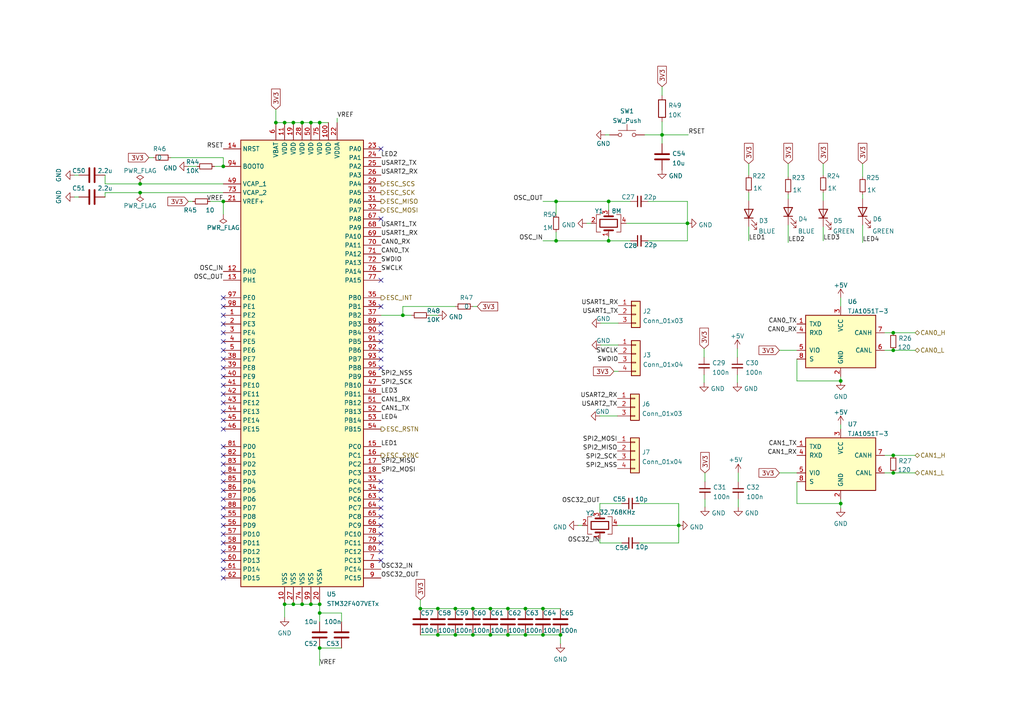
<source format=kicad_sch>
(kicad_sch (version 20211123) (generator eeschema)
  (paper "A4")
  (lib_symbols
    (symbol "Connector_Generic:Conn_01x03" (pin_names (offset 1.016) hide)
      (property "Reference" "J" (at 0 5.08 0))
      (property "Value" "Conn_01x03" (at 0 -5.08 0))
      (symbol "Conn_01x03_1_1"
        (rectangle (start -1.27 -2.413) (end 0 -2.667) (stroke (width 0.1524)))
        (rectangle (start -1.27 0.127) (end 0 -0.127) (stroke (width 0.1524)))
        (rectangle (start -1.27 2.667) (end 0 2.413) (stroke (width 0.1524)))
        (rectangle (start -1.27 3.81) (end 1.27 -3.81) (stroke (width 0.254)) (fill (type background)))
        (pin passive line (at -5.08 2.54 0) (length 3.81) (name "Pin_1") (number "1"))
        (pin passive line (at -5.08 0 0) (length 3.81) (name "Pin_2") (number "2"))
        (pin passive line (at -5.08 -2.54 0) (length 3.81) (name "Pin_3") (number "3"))
      )
    )
    (symbol "Connector_Generic:Conn_01x04" (pin_names (offset 1.016) hide)
      (property "Reference" "J" (at 0 5.08 0))
      (property "Value" "Conn_01x04" (at 0 -7.62 0))
      (symbol "Conn_01x04_1_1"
        (rectangle (start -1.27 -4.953) (end 0 -5.207) (stroke (width 0.1524)))
        (rectangle (start -1.27 -2.413) (end 0 -2.667) (stroke (width 0.1524)))
        (rectangle (start -1.27 0.127) (end 0 -0.127) (stroke (width 0.1524)))
        (rectangle (start -1.27 2.667) (end 0 2.413) (stroke (width 0.1524)))
        (rectangle (start -1.27 3.81) (end 1.27 -6.35) (stroke (width 0.254)) (fill (type background)))
        (pin passive line (at -5.08 2.54 0) (length 3.81) (name "Pin_1") (number "1"))
        (pin passive line (at -5.08 0 0) (length 3.81) (name "Pin_2") (number "2"))
        (pin passive line (at -5.08 -2.54 0) (length 3.81) (name "Pin_3") (number "3"))
        (pin passive line (at -5.08 -5.08 0) (length 3.81) (name "Pin_4") (number "4"))
      )
    )
    (symbol "Device:C" (pin_numbers hide) (pin_names (offset 0.254))
      (property "Reference" "C" (at 0.635 2.54 0))
      (property "Value" "C" (at 0.635 -2.54 0))
      (symbol "C_0_1"
        (polyline (pts (xy -2.032 -0.762) (xy 2.032 -0.762)) (stroke (width 0.508)))
        (polyline (pts (xy -2.032 0.762) (xy 2.032 0.762)) (stroke (width 0.508)))
      )
      (symbol "C_1_1"
        (pin passive line (at 0 3.81 270) (length 2.794) (name "~") (number "1"))
        (pin passive line (at 0 -3.81 90) (length 2.794) (name "~") (number "2"))
      )
    )
    (symbol "Device:C_Small" (pin_numbers hide) (pin_names (offset 0.254) hide)
      (property "Reference" "C" (at 0.254 1.778 0))
      (property "Value" "C_Small" (at 0.254 -2.032 0))
      (symbol "C_Small_0_1"
        (polyline (pts (xy -1.524 -0.508) (xy 1.524 -0.508)) (stroke (width 0.3302)))
        (polyline (pts (xy -1.524 0.508) (xy 1.524 0.508)) (stroke (width 0.3048)))
      )
      (symbol "C_Small_1_1"
        (pin passive line (at 0 2.54 270) (length 2.032) (name "~") (number "1"))
        (pin passive line (at 0 -2.54 90) (length 2.032) (name "~") (number "2"))
      )
    )
    (symbol "Device:Crystal_GND24" (pin_names (offset 1.016) hide)
      (property "Reference" "Y" (at 3.175 5.08 0))
      (property "Value" "Crystal_GND24" (at 3.175 3.175 0))
      (symbol "Crystal_GND24_0_1"
        (rectangle (start -1.143 2.54) (end 1.143 -2.54) (stroke (width 0.3048)))
        (polyline (pts (xy -2.54 0) (xy -2.032 0)))
        (polyline (pts (xy -2.032 -1.27) (xy -2.032 1.27)) (stroke (width 0.508)))
        (polyline (pts (xy 0 -3.81) (xy 0 -3.556)))
        (polyline (pts (xy 0 3.556) (xy 0 3.81)))
        (polyline (pts (xy 2.032 -1.27) (xy 2.032 1.27)) (stroke (width 0.508)))
        (polyline (pts (xy 2.032 0) (xy 2.54 0)))
        (polyline (pts (xy -2.54 -2.286) (xy -2.54 -3.556) (xy 2.54 -3.556) (xy 2.54 -2.286)))
        (polyline (pts (xy -2.54 2.286) (xy -2.54 3.556) (xy 2.54 3.556) (xy 2.54 2.286)))
      )
      (symbol "Crystal_GND24_1_1"
        (pin passive line (at -3.81 0 0) (length 1.27) (name "1") (number "1"))
        (pin passive line (at 0 5.08 270) (length 1.27) (name "2") (number "2"))
        (pin passive line (at 3.81 0 180) (length 1.27) (name "3") (number "3"))
        (pin passive line (at 0 -5.08 90) (length 1.27) (name "4") (number "4"))
      )
    )
    (symbol "Device:LED" (pin_numbers hide) (pin_names (offset 1.016) hide)
      (property "Reference" "D" (at 0 2.54 0))
      (property "Value" "LED" (at 0 -2.54 0))
      (symbol "LED_0_1"
        (polyline (pts (xy -1.27 -1.27) (xy -1.27 1.27)) (stroke (width 0.254)))
        (polyline (pts (xy -1.27 0) (xy 1.27 0)))
        (polyline (pts (xy 1.27 -1.27) (xy 1.27 1.27) (xy -1.27 0) (xy 1.27 -1.27)) (stroke (width 0.254)))
        (polyline (pts (xy -3.048 -0.762) (xy -4.572 -2.286) (xy -3.81 -2.286) (xy -4.572 -2.286) (xy -4.572 -1.524)))
        (polyline (pts (xy -1.778 -0.762) (xy -3.302 -2.286) (xy -2.54 -2.286) (xy -3.302 -2.286) (xy -3.302 -1.524)))
      )
      (symbol "LED_1_1"
        (pin passive line (at -3.81 0 0) (length 2.54) (name "K") (number "1"))
        (pin passive line (at 3.81 0 180) (length 2.54) (name "A") (number "2"))
      )
    )
    (symbol "Device:R" (pin_numbers hide) (pin_names (offset 0))
      (property "Reference" "R" (at 2.032 0 90))
      (property "Value" "R" (at 0 0 90))
      (symbol "R_0_1"
        (rectangle (start -1.016 -2.54) (end 1.016 2.54) (stroke (width 0.254)))
      )
      (symbol "R_1_1"
        (pin passive line (at 0 3.81 270) (length 1.27) (name "~") (number "1"))
        (pin passive line (at 0 -3.81 90) (length 1.27) (name "~") (number "2"))
      )
    )
    (symbol "Device:R_Small" (pin_numbers hide) (pin_names (offset 0.254) hide)
      (property "Reference" "R" (at 0.762 0.508 0))
      (property "Value" "R_Small" (at 0.762 -1.016 0))
      (symbol "R_Small_0_1"
        (rectangle (start -0.762 1.778) (end 0.762 -1.778) (stroke (width 0.2032)))
      )
      (symbol "R_Small_1_1"
        (pin passive line (at 0 2.54 270) (length 0.762) (name "~") (number "1"))
        (pin passive line (at 0 -2.54 90) (length 0.762) (name "~") (number "2"))
      )
    )
    (symbol "Interface_CAN_LIN:TJA1051T-3" (pin_names (offset 1.016))
      (property "Reference" "U" (at -10.16 8.89 0))
      (property "Value" "TJA1051T-3" (at 1.27 8.89 0))
      (symbol "TJA1051T-3_0_1"
        (rectangle (start -10.16 7.62) (end 10.16 -7.62) (stroke (width 0.254)) (fill (type background)))
      )
      (symbol "TJA1051T-3_1_1"
        (pin input line (at -12.7 5.08 0) (length 2.54) (name "TXD") (number "1"))
        (pin power_in line (at 0 -10.16 90) (length 2.54) (name "GND") (number "2"))
        (pin power_in line (at 0 10.16 270) (length 2.54) (name "VCC") (number "3"))
        (pin output line (at -12.7 2.54 0) (length 2.54) (name "RXD") (number "4"))
        (pin power_in line (at -12.7 -2.54 0) (length 2.54) (name "VIO") (number "5"))
        (pin bidirectional line (at 12.7 -2.54 180) (length 2.54) (name "CANL") (number "6"))
        (pin bidirectional line (at 12.7 2.54 180) (length 2.54) (name "CANH") (number "7"))
        (pin input line (at -12.7 -5.08 0) (length 2.54) (name "S") (number "8"))
      )
    )
    (symbol "MCU_ST_STM32F4:STM32F407VETx"
      (property "Reference" "U" (at -17.78 64.77 0))
      (property "Value" "STM32F407VETx" (at 12.7 64.77 0))
      (symbol "STM32F407VETx_0_1"
        (rectangle (start -17.78 -66.04) (end 17.78 63.5) (stroke (width 0.254)) (fill (type background)))
      )
      (symbol "STM32F407VETx_1_1"
        (pin bidirectional line (at -22.86 12.7 0) (length 5.08) (name "PE2") (number "1"))
        (pin power_in line (at -5.08 -71.12 90) (length 5.08) (name "VSS") (number "10"))
        (pin power_in line (at 7.62 68.58 270) (length 5.08) (name "VDD") (number "100"))
        (pin power_in line (at -5.08 68.58 270) (length 5.08) (name "VDD") (number "11"))
        (pin input line (at -22.86 25.4 0) (length 5.08) (name "PH0") (number "12"))
        (pin input line (at -22.86 22.86 0) (length 5.08) (name "PH1") (number "13"))
        (pin input line (at -22.86 60.96 0) (length 5.08) (name "NRST") (number "14"))
        (pin bidirectional line (at 22.86 -25.4 180) (length 5.08) (name "PC0") (number "15"))
        (pin bidirectional line (at 22.86 -27.94 180) (length 5.08) (name "PC1") (number "16"))
        (pin bidirectional line (at 22.86 -30.48 180) (length 5.08) (name "PC2") (number "17"))
        (pin bidirectional line (at 22.86 -33.02 180) (length 5.08) (name "PC3") (number "18"))
        (pin power_in line (at -2.54 68.58 270) (length 5.08) (name "VDD") (number "19"))
        (pin bidirectional line (at -22.86 10.16 0) (length 5.08) (name "PE3") (number "2"))
        (pin power_in line (at 5.08 -71.12 90) (length 5.08) (name "VSSA") (number "20"))
        (pin power_in line (at -22.86 45.72 0) (length 5.08) (name "VREF+") (number "21"))
        (pin power_in line (at 10.16 68.58 270) (length 5.08) (name "VDDA") (number "22"))
        (pin bidirectional line (at 22.86 60.96 180) (length 5.08) (name "PA0") (number "23"))
        (pin bidirectional line (at 22.86 58.42 180) (length 5.08) (name "PA1") (number "24"))
        (pin bidirectional line (at 22.86 55.88 180) (length 5.08) (name "PA2") (number "25"))
        (pin bidirectional line (at 22.86 53.34 180) (length 5.08) (name "PA3") (number "26"))
        (pin power_in line (at -2.54 -71.12 90) (length 5.08) (name "VSS") (number "27"))
        (pin power_in line (at 0 68.58 270) (length 5.08) (name "VDD") (number "28"))
        (pin bidirectional line (at 22.86 50.8 180) (length 5.08) (name "PA4") (number "29"))
        (pin bidirectional line (at -22.86 7.62 0) (length 5.08) (name "PE4") (number "3"))
        (pin bidirectional line (at 22.86 48.26 180) (length 5.08) (name "PA5") (number "30"))
        (pin bidirectional line (at 22.86 45.72 180) (length 5.08) (name "PA6") (number "31"))
        (pin bidirectional line (at 22.86 43.18 180) (length 5.08) (name "PA7") (number "32"))
        (pin bidirectional line (at 22.86 -35.56 180) (length 5.08) (name "PC4") (number "33"))
        (pin bidirectional line (at 22.86 -38.1 180) (length 5.08) (name "PC5") (number "34"))
        (pin bidirectional line (at 22.86 17.78 180) (length 5.08) (name "PB0") (number "35"))
        (pin bidirectional line (at 22.86 15.24 180) (length 5.08) (name "PB1") (number "36"))
        (pin bidirectional line (at 22.86 12.7 180) (length 5.08) (name "PB2") (number "37"))
        (pin bidirectional line (at -22.86 0 0) (length 5.08) (name "PE7") (number "38"))
        (pin bidirectional line (at -22.86 -2.54 0) (length 5.08) (name "PE8") (number "39"))
        (pin bidirectional line (at -22.86 5.08 0) (length 5.08) (name "PE5") (number "4"))
        (pin bidirectional line (at -22.86 -5.08 0) (length 5.08) (name "PE9") (number "40"))
        (pin bidirectional line (at -22.86 -7.62 0) (length 5.08) (name "PE10") (number "41"))
        (pin bidirectional line (at -22.86 -10.16 0) (length 5.08) (name "PE11") (number "42"))
        (pin bidirectional line (at -22.86 -12.7 0) (length 5.08) (name "PE12") (number "43"))
        (pin bidirectional line (at -22.86 -15.24 0) (length 5.08) (name "PE13") (number "44"))
        (pin bidirectional line (at -22.86 -17.78 0) (length 5.08) (name "PE14") (number "45"))
        (pin bidirectional line (at -22.86 -20.32 0) (length 5.08) (name "PE15") (number "46"))
        (pin bidirectional line (at 22.86 -7.62 180) (length 5.08) (name "PB10") (number "47"))
        (pin bidirectional line (at 22.86 -10.16 180) (length 5.08) (name "PB11") (number "48"))
        (pin power_in line (at -22.86 50.8 0) (length 5.08) (name "VCAP_1") (number "49"))
        (pin bidirectional line (at -22.86 2.54 0) (length 5.08) (name "PE6") (number "5"))
        (pin power_in line (at 2.54 68.58 270) (length 5.08) (name "VDD") (number "50"))
        (pin bidirectional line (at 22.86 -12.7 180) (length 5.08) (name "PB12") (number "51"))
        (pin bidirectional line (at 22.86 -15.24 180) (length 5.08) (name "PB13") (number "52"))
        (pin bidirectional line (at 22.86 -17.78 180) (length 5.08) (name "PB14") (number "53"))
        (pin bidirectional line (at 22.86 -20.32 180) (length 5.08) (name "PB15") (number "54"))
        (pin bidirectional line (at -22.86 -45.72 0) (length 5.08) (name "PD8") (number "55"))
        (pin bidirectional line (at -22.86 -48.26 0) (length 5.08) (name "PD9") (number "56"))
        (pin bidirectional line (at -22.86 -50.8 0) (length 5.08) (name "PD10") (number "57"))
        (pin bidirectional line (at -22.86 -53.34 0) (length 5.08) (name "PD11") (number "58"))
        (pin bidirectional line (at -22.86 -55.88 0) (length 5.08) (name "PD12") (number "59"))
        (pin power_in line (at -7.62 68.58 270) (length 5.08) (name "VBAT") (number "6"))
        (pin bidirectional line (at -22.86 -58.42 0) (length 5.08) (name "PD13") (number "60"))
        (pin bidirectional line (at -22.86 -60.96 0) (length 5.08) (name "PD14") (number "61"))
        (pin bidirectional line (at -22.86 -63.5 0) (length 5.08) (name "PD15") (number "62"))
        (pin bidirectional line (at 22.86 -40.64 180) (length 5.08) (name "PC6") (number "63"))
        (pin bidirectional line (at 22.86 -43.18 180) (length 5.08) (name "PC7") (number "64"))
        (pin bidirectional line (at 22.86 -45.72 180) (length 5.08) (name "PC8") (number "65"))
        (pin bidirectional line (at 22.86 -48.26 180) (length 5.08) (name "PC9") (number "66"))
        (pin bidirectional line (at 22.86 40.64 180) (length 5.08) (name "PA8") (number "67"))
        (pin bidirectional line (at 22.86 38.1 180) (length 5.08) (name "PA9") (number "68"))
        (pin bidirectional line (at 22.86 35.56 180) (length 5.08) (name "PA10") (number "69"))
        (pin bidirectional line (at 22.86 -58.42 180) (length 5.08) (name "PC13") (number "7"))
        (pin bidirectional line (at 22.86 33.02 180) (length 5.08) (name "PA11") (number "70"))
        (pin bidirectional line (at 22.86 30.48 180) (length 5.08) (name "PA12") (number "71"))
        (pin bidirectional line (at 22.86 27.94 180) (length 5.08) (name "PA13") (number "72"))
        (pin power_in line (at -22.86 48.26 0) (length 5.08) (name "VCAP_2") (number "73"))
        (pin power_in line (at 0 -71.12 90) (length 5.08) (name "VSS") (number "74"))
        (pin power_in line (at 5.08 68.58 270) (length 5.08) (name "VDD") (number "75"))
        (pin bidirectional line (at 22.86 25.4 180) (length 5.08) (name "PA14") (number "76"))
        (pin bidirectional line (at 22.86 22.86 180) (length 5.08) (name "PA15") (number "77"))
        (pin bidirectional line (at 22.86 -50.8 180) (length 5.08) (name "PC10") (number "78"))
        (pin bidirectional line (at 22.86 -53.34 180) (length 5.08) (name "PC11") (number "79"))
        (pin bidirectional line (at 22.86 -60.96 180) (length 5.08) (name "PC14") (number "8"))
        (pin bidirectional line (at 22.86 -55.88 180) (length 5.08) (name "PC12") (number "80"))
        (pin bidirectional line (at -22.86 -25.4 0) (length 5.08) (name "PD0") (number "81"))
        (pin bidirectional line (at -22.86 -27.94 0) (length 5.08) (name "PD1") (number "82"))
        (pin bidirectional line (at -22.86 -30.48 0) (length 5.08) (name "PD2") (number "83"))
        (pin bidirectional line (at -22.86 -33.02 0) (length 5.08) (name "PD3") (number "84"))
        (pin bidirectional line (at -22.86 -35.56 0) (length 5.08) (name "PD4") (number "85"))
        (pin bidirectional line (at -22.86 -38.1 0) (length 5.08) (name "PD5") (number "86"))
        (pin bidirectional line (at -22.86 -40.64 0) (length 5.08) (name "PD6") (number "87"))
        (pin bidirectional line (at -22.86 -43.18 0) (length 5.08) (name "PD7") (number "88"))
        (pin bidirectional line (at 22.86 10.16 180) (length 5.08) (name "PB3") (number "89"))
        (pin bidirectional line (at 22.86 -63.5 180) (length 5.08) (name "PC15") (number "9"))
        (pin bidirectional line (at 22.86 7.62 180) (length 5.08) (name "PB4") (number "90"))
        (pin bidirectional line (at 22.86 5.08 180) (length 5.08) (name "PB5") (number "91"))
        (pin bidirectional line (at 22.86 2.54 180) (length 5.08) (name "PB6") (number "92"))
        (pin bidirectional line (at 22.86 0 180) (length 5.08) (name "PB7") (number "93"))
        (pin input line (at -22.86 55.88 0) (length 5.08) (name "BOOT0") (number "94"))
        (pin bidirectional line (at 22.86 -2.54 180) (length 5.08) (name "PB8") (number "95"))
        (pin bidirectional line (at 22.86 -5.08 180) (length 5.08) (name "PB9") (number "96"))
        (pin bidirectional line (at -22.86 17.78 0) (length 5.08) (name "PE0") (number "97"))
        (pin bidirectional line (at -22.86 15.24 0) (length 5.08) (name "PE1") (number "98"))
        (pin power_in line (at 2.54 -71.12 90) (length 5.08) (name "VSS") (number "99"))
      )
    )
    (symbol "Switch:SW_Push" (pin_numbers hide) (pin_names (offset 1.016) hide)
      (property "Reference" "SW" (at 1.27 2.54 0))
      (property "Value" "SW_Push" (at 0 -1.524 0))
      (symbol "SW_Push_0_1"
        (circle (center -2.032 0) (radius 0.508))
        (polyline (pts (xy 0 1.27) (xy 0 3.048)))
        (polyline (pts (xy 2.54 1.27) (xy -2.54 1.27)))
        (circle (center 2.032 0) (radius 0.508))
        (pin passive line (at -5.08 0 0) (length 2.54) (name "1") (number "1"))
        (pin passive line (at 5.08 0 180) (length 2.54) (name "2") (number "2"))
      )
    )
    (symbol "power:+5V" (power) (pin_names (offset 0))
      (property "Value" "+5V" (at 0 3.556 0))
      (symbol "+5V_0_1"
        (polyline (pts (xy -0.762 1.27) (xy 0 2.54)))
        (polyline (pts (xy 0 0) (xy 0 2.54)))
        (polyline (pts (xy 0 2.54) (xy 0.762 1.27)))
      )
      (symbol "+5V_1_1"
        (pin power_in line (at 0 0 90) (length 0) hide (name "+5V") (number "1"))
      )
    )
    (symbol "power:GND" (power) (pin_names (offset 0))
      (property "Value" "GND" (at 0 -3.81 0))
      (symbol "GND_0_1"
        (polyline (pts (xy 0 0) (xy 0 -1.27) (xy 1.27 -1.27) (xy 0 -2.54) (xy -1.27 -1.27) (xy 0 -1.27)))
      )
      (symbol "GND_1_1"
        (pin power_in line (at 0 0 270) (length 0) hide (name "GND") (number "1"))
      )
    )
    (symbol "power:PWR_FLAG" (power) (pin_numbers hide) (pin_names (offset 0) hide)
      (property "Value" "PWR_FLAG" (at 0 3.81 0))
      (symbol "PWR_FLAG_0_0"
        (pin power_out line (at 0 0 90) (length 0) (name "pwr") (number "1"))
      )
      (symbol "PWR_FLAG_0_1"
        (polyline (pts (xy 0 0) (xy 0 1.27) (xy -1.016 1.905) (xy 0 2.54) (xy 1.016 1.905) (xy 0 1.27)))
      )
    )
  )
  (junction (at 64.77 58.42))
  (junction (at 259.08 137.16))
  (junction (at 196.85 152.4))
  (junction (at 176.53 69.85))
  (junction (at 40.64 53.34))
  (junction (at 90.17 175.26))
  (junction (at 116.84 91.44))
  (junction (at 87.63 175.26))
  (junction (at 132.08 176.53))
  (junction (at 80.01 35.56))
  (junction (at 147.32 184.15))
  (junction (at 137.16 184.15))
  (junction (at 132.08 184.15))
  (junction (at 90.17 35.56))
  (junction (at 92.71 187.96))
  (junction (at 161.29 69.85))
  (junction (at 127 184.15))
  (junction (at 40.64 55.88))
  (junction (at 92.71 177.8))
  (junction (at 92.71 35.56))
  (junction (at 82.55 35.56))
  (junction (at 161.29 58.42))
  (junction (at 64.77 48.26))
  (junction (at 142.24 176.53))
  (junction (at 243.84 110.49))
  (junction (at 243.84 146.05))
  (junction (at 85.09 175.26))
  (junction (at 152.4 184.15))
  (junction (at 259.08 132.08))
  (junction (at 199.39 64.77))
  (junction (at 121.92 176.53))
  (junction (at 152.4 176.53))
  (junction (at 192.024 39.116))
  (junction (at 142.24 184.15))
  (junction (at 92.71 175.26))
  (junction (at 259.08 101.6))
  (junction (at 259.08 96.52))
  (junction (at 85.09 35.56))
  (junction (at 127 176.53))
  (junction (at 82.55 175.26))
  (junction (at 157.48 176.53))
  (junction (at 176.53 58.42))
  (junction (at 162.56 184.15))
  (junction (at 157.48 184.15))
  (junction (at 87.63 35.56))
  (junction (at 147.32 176.53))
  (junction (at 137.16 176.53))
  (no_connect (at 110.49 88.9))
  (no_connect (at 110.49 81.28))
  (no_connect (at 110.49 43.18))
  (no_connect (at 64.77 139.7))
  (no_connect (at 64.77 137.16))
  (no_connect (at 64.77 134.62))
  (no_connect (at 64.77 132.08))
  (no_connect (at 64.77 129.54))
  (no_connect (at 64.77 124.46))
  (no_connect (at 64.77 121.92))
  (no_connect (at 64.77 119.38))
  (no_connect (at 64.77 116.84))
  (no_connect (at 64.77 114.3))
  (no_connect (at 64.77 111.76))
  (no_connect (at 64.77 109.22))
  (no_connect (at 64.77 106.68))
  (no_connect (at 64.77 104.14))
  (no_connect (at 64.77 101.6))
  (no_connect (at 64.77 86.36))
  (no_connect (at 64.77 99.06))
  (no_connect (at 64.77 96.52))
  (no_connect (at 64.77 93.98))
  (no_connect (at 64.77 91.44))
  (no_connect (at 64.77 88.9))
  (no_connect (at 110.49 147.32))
  (no_connect (at 110.49 149.86))
  (no_connect (at 110.49 152.4))
  (no_connect (at 110.49 154.94))
  (no_connect (at 110.49 157.48))
  (no_connect (at 110.49 160.02))
  (no_connect (at 110.49 162.56))
  (no_connect (at 64.77 154.94))
  (no_connect (at 64.77 152.4))
  (no_connect (at 64.77 149.86))
  (no_connect (at 64.77 147.32))
  (no_connect (at 64.77 144.78))
  (no_connect (at 64.77 142.24))
  (no_connect (at 110.49 139.7))
  (no_connect (at 110.49 142.24))
  (no_connect (at 110.49 144.78))
  (no_connect (at 110.49 101.6))
  (no_connect (at 110.49 104.14))
  (no_connect (at 110.49 106.68))
  (no_connect (at 110.49 93.98))
  (no_connect (at 110.49 96.52))
  (no_connect (at 110.49 99.06))
  (no_connect (at 64.77 167.64))
  (no_connect (at 64.77 165.1))
  (no_connect (at 64.77 162.56))
  (no_connect (at 64.77 160.02))
  (no_connect (at 64.77 157.48))
  (no_connect (at 110.49 63.5))
  (wire (pts (xy 192.024 39.116) (xy 199.644 39.116)))
  (wire (pts (xy 119.38 91.44) (xy 116.84 91.44)))
  (wire (pts (xy 132.08 184.15) (xy 137.16 184.15)))
  (wire (pts (xy 54.61 58.42) (xy 55.88 58.42)))
  (wire (pts (xy 80.01 35.56) (xy 82.55 35.56)))
  (wire (pts (xy 92.71 35.56) (xy 95.25 35.56)))
  (wire (pts (xy 228.6 56.388) (xy 228.6 57.658)))
  (wire (pts (xy 173.99 146.05) (xy 180.34 146.05)))
  (wire (pts (xy 231.14 110.49) (xy 243.84 110.49)))
  (wire (pts (xy 204.216 101.092) (xy 204.216 103.632)))
  (wire (pts (xy 217.17 47.498) (xy 217.17 50.8)))
  (wire (pts (xy 231.14 104.14) (xy 231.14 110.49)))
  (wire (pts (xy 64.77 45.72) (xy 64.77 48.26)))
  (wire (pts (xy 60.96 58.42) (xy 64.77 58.42)))
  (wire (pts (xy 259.08 96.52) (xy 265.43 96.52)))
  (wire (pts (xy 21.59 57.15) (xy 22.86 57.15)))
  (wire (pts (xy 92.71 175.26) (xy 92.71 177.8)))
  (wire (pts (xy 167.64 152.4) (xy 168.91 152.4)))
  (wire (pts (xy 161.29 69.85) (xy 176.53 69.85)))
  (wire (pts (xy 204.47 144.78) (xy 204.47 147.066)))
  (wire (pts (xy 161.29 58.42) (xy 161.29 62.23)))
  (wire (pts (xy 256.54 137.16) (xy 259.08 137.16)))
  (wire (pts (xy 185.42 157.48) (xy 196.85 157.48)))
  (wire (pts (xy 243.84 86.36) (xy 243.84 88.9)))
  (wire (pts (xy 92.71 177.8) (xy 92.71 180.34)))
  (wire (pts (xy 256.54 101.6) (xy 259.08 101.6)))
  (wire (pts (xy 179.07 152.4) (xy 196.85 152.4)))
  (wire (pts (xy 161.29 58.42) (xy 176.53 58.42)))
  (wire (pts (xy 256.54 132.08) (xy 259.08 132.08)))
  (wire (pts (xy 157.48 69.85) (xy 161.29 69.85)))
  (wire (pts (xy 259.08 137.16) (xy 265.43 137.16)))
  (wire (pts (xy 176.53 60.96) (xy 176.53 58.42)))
  (wire (pts (xy 127 91.44) (xy 124.46 91.44)))
  (wire (pts (xy 132.08 176.53) (xy 137.16 176.53)))
  (wire (pts (xy 99.06 187.96) (xy 92.71 187.96)))
  (wire (pts (xy 127 184.15) (xy 132.08 184.15)))
  (wire (pts (xy 199.39 64.77) (xy 199.39 69.85)))
  (wire (pts (xy 127 176.53) (xy 132.08 176.53)))
  (wire (pts (xy 147.32 184.15) (xy 152.4 184.15)))
  (wire (pts (xy 157.48 176.53) (xy 162.56 176.53)))
  (wire (pts (xy 157.48 184.15) (xy 162.56 184.15)))
  (wire (pts (xy 186.944 39.116) (xy 192.024 39.116)))
  (wire (pts (xy 256.54 96.52) (xy 259.08 96.52)))
  (wire (pts (xy 30.48 55.88) (xy 30.48 57.15)))
  (wire (pts (xy 49.53 45.72) (xy 64.77 45.72)))
  (wire (pts (xy 178.054 107.696) (xy 179.324 107.696)))
  (wire (pts (xy 92.71 177.8) (xy 99.06 177.8)))
  (wire (pts (xy 80.01 31.75) (xy 80.01 35.56)))
  (wire (pts (xy 157.48 58.42) (xy 161.29 58.42)))
  (wire (pts (xy 142.24 184.15) (xy 147.32 184.15)))
  (wire (pts (xy 204.216 108.712) (xy 204.216 110.998)))
  (wire (pts (xy 250.19 47.498) (xy 250.19 51.308)))
  (wire (pts (xy 121.92 176.53) (xy 127 176.53)))
  (wire (pts (xy 175.514 39.116) (xy 176.784 39.116)))
  (wire (pts (xy 176.53 58.42) (xy 182.88 58.42)))
  (wire (pts (xy 64.77 55.88) (xy 40.64 55.88)))
  (wire (pts (xy 90.17 175.26) (xy 87.63 175.26)))
  (wire (pts (xy 250.19 56.388) (xy 250.19 57.658)))
  (wire (pts (xy 30.48 53.34) (xy 40.64 53.34)))
  (wire (pts (xy 196.85 152.4) (xy 196.85 157.48)))
  (wire (pts (xy 173.99 148.59) (xy 173.99 146.05)))
  (wire (pts (xy 185.42 146.05) (xy 196.85 146.05)))
  (wire (pts (xy 213.868 101.092) (xy 213.868 103.632)))
  (wire (pts (xy 243.84 123.19) (xy 243.84 124.46)))
  (wire (pts (xy 173.99 156.21) (xy 173.99 157.48)))
  (wire (pts (xy 204.47 137.16) (xy 204.47 139.7)))
  (wire (pts (xy 85.09 175.26) (xy 82.55 175.26)))
  (wire (pts (xy 259.08 132.08) (xy 265.43 132.08)))
  (wire (pts (xy 196.85 146.05) (xy 196.85 152.4)))
  (wire (pts (xy 152.4 184.15) (xy 157.48 184.15)))
  (wire (pts (xy 226.06 101.6) (xy 231.14 101.6)))
  (wire (pts (xy 90.17 35.56) (xy 92.71 35.56)))
  (wire (pts (xy 213.868 108.712) (xy 213.868 110.998)))
  (wire (pts (xy 116.84 88.9) (xy 116.84 91.44)))
  (wire (pts (xy 90.17 175.26) (xy 92.71 175.26)))
  (wire (pts (xy 92.71 187.96) (xy 92.71 193.04)))
  (wire (pts (xy 99.06 177.8) (xy 99.06 180.34)))
  (wire (pts (xy 243.84 146.05) (xy 243.84 147.32)))
  (wire (pts (xy 147.32 176.53) (xy 152.4 176.53)))
  (wire (pts (xy 228.6 65.278) (xy 228.6 70.358)))
  (wire (pts (xy 250.19 65.278) (xy 250.19 70.358)))
  (wire (pts (xy 54.61 48.26) (xy 57.15 48.26)))
  (wire (pts (xy 110.49 91.44) (xy 116.84 91.44)))
  (wire (pts (xy 231.14 139.7) (xy 231.14 146.05)))
  (wire (pts (xy 187.96 69.85) (xy 199.39 69.85)))
  (wire (pts (xy 85.09 35.56) (xy 87.63 35.56)))
  (wire (pts (xy 217.17 65.786) (xy 217.17 69.85)))
  (wire (pts (xy 137.16 176.53) (xy 142.24 176.53)))
  (wire (pts (xy 142.24 176.53) (xy 147.32 176.53)))
  (wire (pts (xy 30.48 53.34) (xy 30.48 50.8)))
  (wire (pts (xy 187.96 58.42) (xy 199.39 58.42)))
  (wire (pts (xy 231.14 146.05) (xy 243.84 146.05)))
  (wire (pts (xy 82.55 35.56) (xy 85.09 35.56)))
  (wire (pts (xy 192.024 35.306) (xy 192.024 39.116)))
  (wire (pts (xy 161.29 67.31) (xy 161.29 69.85)))
  (wire (pts (xy 176.53 68.58) (xy 176.53 69.85)))
  (wire (pts (xy 243.84 144.78) (xy 243.84 146.05)))
  (wire (pts (xy 174.244 100.076) (xy 179.324 100.076)))
  (wire (pts (xy 173.99 157.48) (xy 180.34 157.48)))
  (wire (pts (xy 181.61 64.77) (xy 199.39 64.77)))
  (wire (pts (xy 238.76 65.786) (xy 238.76 69.85)))
  (wire (pts (xy 192.024 39.116) (xy 192.024 41.656)))
  (wire (pts (xy 217.17 55.88) (xy 217.17 58.166)))
  (wire (pts (xy 228.6 47.498) (xy 228.6 51.308)))
  (wire (pts (xy 137.16 184.15) (xy 142.24 184.15)))
  (wire (pts (xy 214.122 144.78) (xy 214.122 147.066)))
  (wire (pts (xy 162.56 184.15) (xy 162.56 186.69)))
  (wire (pts (xy 62.23 48.26) (xy 64.77 48.26)))
  (wire (pts (xy 238.76 47.498) (xy 238.76 50.8)))
  (wire (pts (xy 170.18 64.77) (xy 171.45 64.77)))
  (wire (pts (xy 87.63 175.26) (xy 85.09 175.26)))
  (wire (pts (xy 97.79 34.29) (xy 97.79 35.56)))
  (wire (pts (xy 173.99 120.65) (xy 179.07 120.65)))
  (wire (pts (xy 121.92 173.99) (xy 121.92 176.53)))
  (wire (pts (xy 152.4 176.53) (xy 157.48 176.53)))
  (wire (pts (xy 214.122 137.16) (xy 214.122 139.7)))
  (wire (pts (xy 243.84 109.22) (xy 243.84 110.49)))
  (wire (pts (xy 259.08 101.6) (xy 265.43 101.6)))
  (wire (pts (xy 121.92 184.15) (xy 127 184.15)))
  (wire (pts (xy 87.63 35.56) (xy 90.17 35.56)))
  (wire (pts (xy 21.59 50.8) (xy 22.86 50.8)))
  (wire (pts (xy 82.55 175.26) (xy 82.55 179.07)))
  (wire (pts (xy 138.43 88.9) (xy 137.16 88.9)))
  (wire (pts (xy 64.77 58.42) (xy 64.77 62.23)))
  (wire (pts (xy 43.18 45.72) (xy 44.45 45.72)))
  (wire (pts (xy 174.244 93.726) (xy 179.324 93.726)))
  (wire (pts (xy 238.76 55.88) (xy 238.76 58.166)))
  (wire (pts (xy 40.64 55.88) (xy 30.48 55.88)))
  (wire (pts (xy 132.08 88.9) (xy 116.84 88.9)))
  (wire (pts (xy 176.53 69.85) (xy 182.88 69.85)))
  (wire (pts (xy 40.64 53.34) (xy 64.77 53.34)))
  (wire (pts (xy 199.39 58.42) (xy 199.39 64.77)))
  (wire (pts (xy 226.06 137.16) (xy 231.14 137.16)))
  (wire (pts (xy 192.024 25.146) (xy 192.024 27.686)))
  (label "OSC_OUT" (at 157.48 58.42 180))
  (label "SWCLK" (at 110.49 78.74 0))
  (label "LED4" (at 250.19 70.358 0))
  (label "LED2" (at 228.6 70.358 0))
  (label "USART2_RX" (at 179.07 115.57 180))
  (label "USART1_RX" (at 179.324 88.646 180))
  (label "OSC_IN" (at 157.48 69.85 180))
  (label "SPI2_MOSI" (at 110.49 137.16 0))
  (label "CAN0_RX" (at 231.14 96.52 180))
  (label "OSC32_IN" (at 173.99 157.48 180))
  (label "SPI2_SCK" (at 110.49 111.76 0))
  (label "SPI2_MOSI" (at 179.07 128.27 180))
  (label "USART1_TX" (at 179.324 91.186 180))
  (label "SPI2_MISO" (at 179.07 130.81 180))
  (label "USART1_TX" (at 110.49 66.04 0))
  (label "LED3" (at 238.76 69.85 0))
  (label "USART1_RX" (at 110.49 68.58 0))
  (label "LED4" (at 110.49 121.92 0))
  (label "CAN0_TX" (at 110.49 73.66 0))
  (label "USART2_TX" (at 179.07 118.11 180))
  (label "OSC32_OUT" (at 110.49 167.64 0))
  (label "SPI2_SCK" (at 179.07 133.35 180))
  (label "RSET" (at 199.644 39.116 0))
  (label "LED1" (at 110.49 129.54 0))
  (label "SPI2_NSS" (at 110.49 109.22 0))
  (label "CAN0_RX" (at 110.49 71.12 0))
  (label "SWCLK" (at 179.324 102.616 180))
  (label "LED3" (at 110.49 114.3 0))
  (label "USART2_RX" (at 110.49 50.8 0))
  (label "LED2" (at 110.49 45.72 0))
  (label "USART2_TX" (at 110.49 48.26 0))
  (label "LED1" (at 217.17 69.85 0))
  (label "CAN1_TX" (at 231.14 129.54 180))
  (label "SWDIO" (at 179.324 105.156 180))
  (label "OSC_IN" (at 64.77 78.74 180))
  (label "CAN1_RX" (at 110.49 116.84 0))
  (label "RSET" (at 64.77 43.18 180))
  (label "SWDIO" (at 110.49 76.2 0))
  (label "OSC32_IN" (at 110.49 165.1 0))
  (label "OSC32_OUT" (at 173.99 146.05 180))
  (label "CAN1_TX" (at 110.49 119.38 0))
  (label "CAN0_TX" (at 231.14 93.98 180))
  (label "VREF" (at 92.71 193.04 0))
  (label "VREF" (at 97.79 34.29 0))
  (label "VREF" (at 64.77 58.42 180))
  (label "CAN1_RX" (at 231.14 132.08 180))
  (label "OSC_OUT" (at 64.77 81.28 180))
  (label "SPI2_NSS" (at 179.07 135.89 180))
  (label "SPI2_MISO" (at 110.49 134.62 0))
  (global_label "3V3" (shape input) (at 238.76 47.498 90) (property "Intersheet References" "${INTERSHEET_REFS}" (effects hide)))
  (global_label "3V3" (shape input) (at 217.17 47.498 90) (property "Intersheet References" "${INTERSHEET_REFS}" (effects hide)))
  (global_label "3V3" (shape input) (at 226.06 101.6 180) (property "Intersheet References" "${INTERSHEET_REFS}" (effects hide)))
  (global_label "3V3" (shape input) (at 204.216 101.092 90) (property "Intersheet References" "${INTERSHEET_REFS}" (effects hide)))
  (global_label "3V3" (shape input) (at 226.06 137.16 180) (property "Intersheet References" "${INTERSHEET_REFS}" (effects hide)))
  (global_label "3V3" (shape input) (at 43.18 45.72 180) (property "Intersheet References" "${INTERSHEET_REFS}" (effects hide)))
  (global_label "3V3" (shape input) (at 192.024 25.146 90) (property "Intersheet References" "${INTERSHEET_REFS}" (effects hide)))
  (global_label "3V3" (shape input) (at 204.47 137.16 90) (property "Intersheet References" "${INTERSHEET_REFS}" (effects hide)))
  (global_label "3V3" (shape input) (at 54.61 58.42 180) (property "Intersheet References" "${INTERSHEET_REFS}" (effects hide)))
  (global_label "3V3" (shape input) (at 138.43 88.9 0) (property "Intersheet References" "${INTERSHEET_REFS}" (effects hide)))
  (global_label "3V3" (shape input) (at 80.01 31.75 90) (property "Intersheet References" "${INTERSHEET_REFS}" (effects hide)))
  (global_label "3V3" (shape input) (at 228.6 47.498 90) (property "Intersheet References" "${INTERSHEET_REFS}" (effects hide)))
  (global_label "3V3" (shape input) (at 178.054 107.696 180) (property "Intersheet References" "${INTERSHEET_REFS}" (effects hide)))
  (global_label "3V3" (shape input) (at 121.92 173.99 90) (property "Intersheet References" "${INTERSHEET_REFS}" (effects hide)))
  (global_label "3V3" (shape input) (at 250.19 47.498 90) (property "Intersheet References" "${INTERSHEET_REFS}" (effects hide)))
  (hierarchical_label "ESC_MOSI" (shape output) (at 110.49 60.96 0))
  (hierarchical_label "CAN1_L" (shape bidirectional) (at 265.43 137.16 0))
  (hierarchical_label "CAN0_L" (shape bidirectional) (at 265.43 101.6 0))
  (hierarchical_label "ESC_SYNC" (shape output) (at 110.49 132.08 0))
  (hierarchical_label "ESC_RSTN" (shape output) (at 110.49 124.46 0))
  (hierarchical_label "CAN0_H" (shape bidirectional) (at 265.43 96.52 0))
  (hierarchical_label "CAN1_H" (shape bidirectional) (at 265.43 132.08 0))
  (hierarchical_label "ESC_INT" (shape output) (at 110.49 86.36 0))
  (hierarchical_label "ESC_MISO" (shape output) (at 110.49 58.42 0))
  (hierarchical_label "ESC_SCK" (shape output) (at 110.49 55.88 0))
  (hierarchical_label "ESC_SCS" (shape output) (at 110.49 53.34 0))
  (symbol (lib_id "power:GND") (at 82.55 179.07 0) (unit 1)
    (property "Reference" "#PWR0145" (effects hide))
    (property "Value" "GND" (at 82.55 183.6325 0))
  )
  (symbol (lib_id "power:GND") (at 21.59 57.15 270) (unit 1)
    (property "Reference" "#PWR0191" (effects hide))
    (property "Value" "GND" (at 17.0275 57.15 0))
  )
  (symbol (lib_id "Device:C") (at 26.67 50.8 90) (unit 1)
    (property "Reference" "C50" (at 22.86 49.53 90))
    (property "Value" "2.2u" (at 30.48 49.53 90))
    (property "Footprint" "Capacitor_SMD:C_0603_1608Metric" (effects hide))
  )
  (symbol (lib_id "Device:C_Small") (at 213.868 106.172 0) (unit 1)
    (property "Reference" "C30" (at 216.1921 105.2698 0) (effects (justify left)))
    (property "Value" "100n" (at 216.1921 108.0449 0) (effects (justify left)))
    (property "Footprint" "Capacitor_SMD:C_0603_1608Metric" (effects hide))
  )
  (symbol (lib_id "Device:LED") (at 238.76 61.976 90) (unit 1)
    (property "Reference" "D5" (at 241.681 64.0425 90) (effects (justify right)))
    (property "Value" "GREEN" (at 241.554 67.056 90) (effects (justify right)))
    (property "Footprint" "LED_SMD:LED_0603_1608Metric" (effects hide))
  )
  (symbol (lib_id "Device:C") (at 132.08 180.34 0) (unit 1)
    (property "Reference" "C59" (at 132.08 177.8 0) (effects (justify left)))
    (property "Value" "100n" (at 132.08 182.88 0) (effects (justify left)))
    (property "Footprint" "Capacitor_SMD:C_0603_1608Metric" (effects hide))
  )
  (symbol (lib_id "Device:R_Small") (at 259.08 99.06 0) (unit 1)
    (property "Reference" "R26" (at 260.5786 98.1515 0) (effects (justify left)))
    (property "Value" "120" (at 260.35 100.711 0) (effects (justify left)))
    (property "Footprint" "Resistor_SMD:R_0603_1608Metric" (effects hide))
  )
  (symbol (lib_id "power:GND") (at 175.514 39.116 270) (unit 1)
    (property "Reference" "#PWR0195" (effects hide))
    (property "Value" "GND" (at 172.974 41.656 90) (effects (justify left)))
  )
  (symbol (lib_id "power:GND") (at 174.244 100.076 270) (unit 1)
    (property "Reference" "#PWR0152" (effects hide))
    (property "Value" "GND" (at 172.974 98.806 90) (effects (justify left)))
  )
  (symbol (lib_id "Device:LED") (at 228.6 61.468 90) (unit 1)
    (property "Reference" "D4" (at 231.521 63.5345 90) (effects (justify right)))
    (property "Value" "BLUE" (at 231.394 67.056 90) (effects (justify right)))
    (property "Footprint" "LED_SMD:LED_0603_1608Metric" (effects hide))
  )
  (symbol (lib_id "power:PWR_FLAG") (at 40.64 55.88 180) (unit 1)
    (property "Reference" "#FLG0111" (effects hide))
    (property "Value" "PWR_FLAG" (at 40.64 59.69 0))
  )
  (symbol (lib_id "Device:C_Small") (at 185.42 69.85 90) (unit 1)
    (property "Reference" "C28" (at 182.88 71.247 90))
    (property "Value" "22p" (at 188.722 70.993 90))
    (property "Footprint" "Capacitor_SMD:C_0603_1608Metric" (effects hide))
  )
  (symbol (lib_id "Connector_Generic:Conn_01x04") (at 184.15 130.81 0) (unit 1)
    (property "Reference" "J7" (at 186.182 131.1715 0) (effects (justify left)))
    (property "Value" "Conn_01x04" (at 186.182 133.9466 0) (effects (justify left)))
    (property "Footprint" "Connector_JST:JST_GH_SM04B-GHS-TB_1x04-1MP_P1.25mm_Horizontal" (effects hide))
  )
  (symbol (lib_id "power:+5V") (at 243.84 86.36 0) (unit 1)
    (property "Reference" "#PWR0159" (effects hide))
    (property "Value" "+5V" (at 243.84 82.7555 0))
  )
  (symbol (lib_id "Device:C") (at 142.24 180.34 0) (unit 1)
    (property "Reference" "C61" (at 142.24 177.8 0) (effects (justify left)))
    (property "Value" "100n" (at 142.24 182.88 0) (effects (justify left)))
    (property "Footprint" "Capacitor_SMD:C_0603_1608Metric" (effects hide))
  )
  (symbol (lib_id "Device:LED") (at 217.17 61.976 90) (unit 1)
    (property "Reference" "D3" (at 220.091 64.0425 90) (effects (justify right)))
    (property "Value" "BLUE" (at 219.964 67.056 90) (effects (justify right)))
    (property "Footprint" "LED_SMD:LED_0603_1608Metric" (effects hide))
  )
  (symbol (lib_id "Device:R_Small") (at 121.92 91.44 270) (mirror x) (unit 1)
    (property "Reference" "R48" (at 125.73 90.17 90))
    (property "Value" "10K" (at 125.73 92.71 90))
    (property "Footprint" "Resistor_SMD:R_0603_1608Metric" (effects hide))
  )
  (symbol (lib_id "Device:C_Small") (at 182.88 157.48 90) (unit 1)
    (property "Reference" "C56" (at 180.34 158.877 90))
    (property "Value" "10p" (at 186.182 158.623 90))
    (property "Footprint" "Capacitor_SMD:C_0603_1608Metric" (effects hide))
  )
  (symbol (lib_id "power:PWR_FLAG") (at 64.77 62.23 180) (unit 1)
    (property "Reference" "#FLG0113" (effects hide))
    (property "Value" "PWR_FLAG" (at 64.77 66.04 0))
  )
  (symbol (lib_id "Device:C") (at 137.16 180.34 0) (unit 1)
    (property "Reference" "C60" (at 137.16 177.8 0) (effects (justify left)))
    (property "Value" "100n" (at 137.16 182.88 0) (effects (justify left)))
    (property "Footprint" "Capacitor_SMD:C_0603_1608Metric" (effects hide))
  )
  (symbol (lib_id "Device:C") (at 99.06 184.15 180) (unit 1)
    (property "Reference" "C53" (at 96.52 186.69 0))
    (property "Value" "100n" (at 96.52 180.34 0))
    (property "Footprint" "Capacitor_SMD:C_0603_1608Metric" (effects hide))
  )
  (symbol (lib_id "Interface_CAN_LIN:TJA1051T-3") (at 243.84 99.06 0) (unit 1)
    (property "Reference" "U6" (at 245.8594 87.4735 0) (effects (justify left)))
    (property "Value" "TJA1051T-3" (at 245.8594 90.2486 0) (effects (justify left)))
    (property "Footprint" "Package_SO:SOIC-8_3.9x4.9mm_P1.27mm" (effects hide))
    (property "Datasheet" "http://www.nxp.com/documents/data_sheet/TJA1051.pdf" (effects hide))
  )
  (symbol (lib_id "power:+5V") (at 214.122 137.16 0) (unit 1)
    (property "Reference" "#PWR0148" (effects hide))
    (property "Value" "+5V" (at 213.36 133.35 0))
  )
  (symbol (lib_id "power:GND") (at 199.39 64.77 90) (unit 1)
    (property "Reference" "#PWR0156" (effects hide))
    (property "Value" "GND" (at 202.565 65.249 90) (effects (justify right)))
  )
  (symbol (lib_id "Connector_Generic:Conn_01x03") (at 184.404 91.186 0) (unit 1)
    (property "Reference" "J2" (at 186.436 90.2775 0) (effects (justify left)))
    (property "Value" "Conn_01x03" (at 186.436 93.0526 0) (effects (justify left)))
    (property "Footprint" "Connector_JST:JST_GH_SM03B-GHS-TB_1x03-1MP_P1.25mm_Horizontal" (effects hide))
  )
  (symbol (lib_id "Device:C_Small") (at 204.47 142.24 0) (unit 1)
    (property "Reference" "C31" (at 206.7941 141.3378 0) (effects (justify left)))
    (property "Value" "100n" (at 206.7941 144.1129 0) (effects (justify left)))
    (property "Footprint" "Capacitor_SMD:C_0603_1608Metric" (effects hide))
  )
  (symbol (lib_id "Device:C_Small") (at 185.42 58.42 90) (unit 1)
    (property "Reference" "C27" (at 184.15 57.15 90) (effects (justify left)))
    (property "Value" "22p" (at 186.69 57.15 90) (effects (justify right)))
    (property "Footprint" "Capacitor_SMD:C_0603_1608Metric" (effects hide))
  )
  (symbol (lib_id "Device:C") (at 157.48 180.34 0) (unit 1)
    (property "Reference" "C64" (at 157.48 177.8 0) (effects (justify left)))
    (property "Value" "100n" (at 157.48 182.88 0) (effects (justify left)))
    (property "Footprint" "Capacitor_SMD:C_0603_1608Metric" (effects hide))
  )
  (symbol (lib_id "Interface_CAN_LIN:TJA1051T-3") (at 243.84 134.62 0) (unit 1)
    (property "Reference" "U7" (at 245.8594 123.0335 0) (effects (justify left)))
    (property "Value" "TJA1051T-3" (at 245.8594 125.8086 0) (effects (justify left)))
    (property "Footprint" "Package_SO:SOIC-8_3.9x4.9mm_P1.27mm" (effects hide))
    (property "Datasheet" "http://www.nxp.com/documents/data_sheet/TJA1051.pdf" (effects hide))
  )
  (symbol (lib_id "Device:R_Small") (at 46.99 45.72 270) (unit 1)
    (property "Reference" "R46" (at 48.26 43.18 90) (effects (justify right)))
    (property "Value" "0" (at 46.99 45.72 90) (effects (justify right)))
    (property "Footprint" "Resistor_SMD:R_0603_1608Metric" (effects hide))
  )
  (symbol (lib_id "Device:C") (at 147.32 180.34 0) (unit 1)
    (property "Reference" "C62" (at 147.32 177.8 0) (effects (justify left)))
    (property "Value" "100n" (at 147.32 182.88 0) (effects (justify left)))
    (property "Footprint" "Capacitor_SMD:C_0603_1608Metric" (effects hide))
  )
  (symbol (lib_id "power:+5V") (at 213.868 101.092 0) (unit 1)
    (property "Reference" "#PWR0150" (effects hide))
    (property "Value" "+5V" (at 213.868 97.4875 0))
  )
  (symbol (lib_id "power:GND") (at 170.18 64.77 270) (unit 1)
    (property "Reference" "#PWR0157" (effects hide))
    (property "Value" "GND" (at 167.0051 65.249 90) (effects (justify right)))
  )
  (symbol (lib_id "Device:C") (at 162.56 180.34 0) (unit 1)
    (property "Reference" "C65" (at 162.56 177.8 0) (effects (justify left)))
    (property "Value" "100n" (at 162.56 182.88 0) (effects (justify left)))
    (property "Footprint" "Capacitor_SMD:C_0603_1608Metric" (effects hide))
  )
  (symbol (lib_id "Device:C") (at 26.67 57.15 90) (unit 1)
    (property "Reference" "C51" (at 22.86 54.61 90))
    (property "Value" "2.2u" (at 30.48 54.61 90))
    (property "Footprint" "Capacitor_SMD:C_0603_1608Metric" (effects hide))
  )
  (symbol (lib_id "MCU_ST_STM32F4:STM32F407VETx") (at 87.63 104.14 0) (unit 1)
    (property "Reference" "U5" (at 94.7294 172.3295 0) (effects (justify left)))
    (property "Value" "STM32F407VETx" (at 94.7294 175.1046 0) (effects (justify left)))
    (property "Footprint" "Package_QFP:LQFP-100_14x14mm_P0.5mm" (effects hide))
    (property "Datasheet" "http://www.st.com/st-web-ui/static/active/en/resource/technical/document/datasheet/DM00037051.pdf" (effects hide))
  )
  (symbol (lib_id "Device:R_Small") (at 59.69 48.26 90) (unit 1)
    (property "Reference" "R44" (at 55.88 46.99 90))
    (property "Value" "10K" (at 55.88 49.53 90))
    (property "Footprint" "Resistor_SMD:R_0603_1608Metric" (effects hide))
  )
  (symbol (lib_id "Device:LED") (at 250.19 61.468 90) (unit 1)
    (property "Reference" "D6" (at 253.111 63.5345 90) (effects (justify right)))
    (property "Value" "GREEN" (at 252.984 67.056 90) (effects (justify right)))
    (property "Footprint" "LED_SMD:LED_0603_1608Metric" (effects hide))
  )
  (symbol (lib_id "Device:R") (at 192.024 31.496 0) (unit 1)
    (property "Reference" "R49" (at 193.802 30.5875 0) (effects (justify left)))
    (property "Value" "10K" (at 193.802 33.3626 0) (effects (justify left)))
    (property "Footprint" "Resistor_SMD:R_0603_1608Metric" (effects hide))
  )
  (symbol (lib_id "power:GND") (at 21.59 50.8 270) (unit 1)
    (property "Reference" "#PWR0151" (effects hide))
    (property "Value" "GND" (at 17.0275 50.8 0))
  )
  (symbol (lib_id "power:GND") (at 243.84 110.49 0) (unit 1)
    (property "Reference" "#PWR0141" (effects hide))
    (property "Value" "GND" (at 243.84 115.0525 0))
  )
  (symbol (lib_id "Device:R_Small") (at 161.29 64.77 180) (unit 1)
    (property "Reference" "R50" (at 157.48 62.23 0) (effects (justify right)))
    (property "Value" "1M" (at 157.48 66.04 0) (effects (justify right)))
    (property "Footprint" "Resistor_SMD:R_0603_1608Metric" (effects hide))
  )
  (symbol (lib_id "Device:R_Small") (at 250.19 53.848 180) (unit 1)
    (property "Reference" "R25" (at 251.206 51.562 0) (effects (justify right)))
    (property "Value" "1K" (at 251.46 55.118 0) (effects (justify right)))
    (property "Footprint" "Resistor_SMD:R_0603_1608Metric" (effects hide))
  )
  (symbol (lib_id "power:PWR_FLAG") (at 40.64 53.34 0) (unit 1)
    (property "Reference" "#FLG0112" (effects hide))
    (property "Value" "PWR_FLAG" (at 40.64 49.53 0))
  )
  (symbol (lib_id "Device:C_Small") (at 204.216 106.172 0) (unit 1)
    (property "Reference" "C29" (at 206.5401 105.2698 0) (effects (justify left)))
    (property "Value" "100n" (at 206.5401 108.0449 0) (effects (justify left)))
    (property "Footprint" "Capacitor_SMD:C_0603_1608Metric" (effects hide))
  )
  (symbol (lib_id "power:GND") (at 162.56 186.69 0) (unit 1)
    (property "Reference" "#PWR0101" (effects hide))
    (property "Value" "GND" (at 162.56 191.2525 0))
  )
  (symbol (lib_id "Device:C") (at 121.92 180.34 0) (unit 1)
    (property "Reference" "C57" (at 121.92 177.8 0) (effects (justify left)))
    (property "Value" "100n" (at 121.92 182.88 0) (effects (justify left)))
    (property "Footprint" "Capacitor_SMD:C_0603_1608Metric" (effects hide))
  )
  (symbol (lib_id "Connector_Generic:Conn_01x03") (at 184.15 118.11 0) (unit 1)
    (property "Reference" "J6" (at 186.182 117.2015 0) (effects (justify left)))
    (property "Value" "Conn_01x03" (at 186.182 119.9766 0) (effects (justify left)))
    (property "Footprint" "Connector_JST:JST_GH_SM03B-GHS-TB_1x03-1MP_P1.25mm_Horizontal" (effects hide))
  )
  (symbol (lib_id "Device:R_Small") (at 238.76 53.34 180) (unit 1)
    (property "Reference" "R24" (at 239.776 51.054 0) (effects (justify right)))
    (property "Value" "1K" (at 240.03 54.61 0) (effects (justify right)))
    (property "Footprint" "Resistor_SMD:R_0603_1608Metric" (effects hide))
  )
  (symbol (lib_id "Device:R_Small") (at 58.42 58.42 270) (unit 1)
    (property "Reference" "R45" (at 57.15 60.96 90) (effects (justify right)))
    (property "Value" "10" (at 62.23 60.96 90) (effects (justify right)))
    (property "Footprint" "Resistor_SMD:R_0603_1608Metric" (effects hide))
  )
  (symbol (lib_id "Device:R_Small") (at 134.62 88.9 90) (mirror x) (unit 1)
    (property "Reference" "R47" (at 133.35 86.36 90) (effects (justify right)))
    (property "Value" "0" (at 134.62 88.9 90) (effects (justify right)))
    (property "Footprint" "Resistor_SMD:R_0603_1608Metric" (effects hide))
  )
  (symbol (lib_id "Device:C") (at 127 180.34 0) (unit 1)
    (property "Reference" "C58" (at 127 177.8 0) (effects (justify left)))
    (property "Value" "100n" (at 127 182.88 0) (effects (justify left)))
    (property "Footprint" "Capacitor_SMD:C_0603_1608Metric" (effects hide))
  )
  (symbol (lib_id "Device:Crystal_GND24") (at 173.99 152.4 90) (unit 1)
    (property "Reference" "Y2" (at 171.196 148.844 90))
    (property "Value" "32.768KHz" (at 179.07 148.59 90))
    (property "Footprint" "Crystal:Crystal_SMD_3225-4Pin_3.2x2.5mm" (effects hide))
  )
  (symbol (lib_id "Device:Crystal_GND24") (at 176.53 64.77 90) (unit 1)
    (property "Reference" "Y1" (at 173.736 61.214 90))
    (property "Value" "8M" (at 178.816 61.214 90))
    (property "Footprint" "Crystal:Crystal_SMD_3225-4Pin_3.2x2.5mm" (effects hide))
  )
  (symbol (lib_id "power:GND") (at 127 91.44 90) (mirror x) (unit 1)
    (property "Reference" "#PWR0192" (effects hide))
    (property "Value" "GND" (at 130.1749 91.919 90) (effects (justify right)))
  )
  (symbol (lib_id "power:GND") (at 173.99 120.65 270) (unit 1)
    (property "Reference" "#PWR0193" (effects hide))
    (property "Value" "GND" (at 172.72 119.38 90) (effects (justify left)))
  )
  (symbol (lib_id "power:GND") (at 167.64 152.4 270) (unit 1)
    (property "Reference" "#PWR0196" (effects hide))
    (property "Value" "GND" (at 164.4651 152.879 90) (effects (justify right)))
  )
  (symbol (lib_id "power:GND") (at 243.84 147.32 0) (unit 1)
    (property "Reference" "#PWR0143" (effects hide))
    (property "Value" "GND" (at 243.84 151.8825 0))
  )
  (symbol (lib_id "Connector_Generic:Conn_01x04") (at 184.404 102.616 0) (unit 1)
    (property "Reference" "J3" (at 186.436 102.9775 0) (effects (justify left)))
    (property "Value" "Conn_01x04" (at 186.436 105.7526 0) (effects (justify left)))
    (property "Footprint" "Connector_JST:JST_GH_SM04B-GHS-TB_1x04-1MP_P1.25mm_Horizontal" (effects hide))
  )
  (symbol (lib_id "power:GND") (at 54.61 48.26 270) (unit 1)
    (property "Reference" "#PWR0146" (effects hide))
    (property "Value" "GND" (at 51.4351 48.739 90) (effects (justify right)))
  )
  (symbol (lib_id "Device:C") (at 152.4 180.34 0) (unit 1)
    (property "Reference" "C63" (at 152.4 177.8 0) (effects (justify left)))
    (property "Value" "100n" (at 152.4 182.88 0) (effects (justify left)))
    (property "Footprint" "Capacitor_SMD:C_0603_1608Metric" (effects hide))
  )
  (symbol (lib_id "Device:R_Small") (at 228.6 53.848 180) (unit 1)
    (property "Reference" "R23" (at 229.616 51.562 0) (effects (justify right)))
    (property "Value" "1K" (at 229.87 55.118 0) (effects (justify right)))
    (property "Footprint" "Resistor_SMD:R_0603_1608Metric" (effects hide))
  )
  (symbol (lib_id "Device:R_Small") (at 217.17 53.34 180) (unit 1)
    (property "Reference" "R22" (at 218.186 51.054 0) (effects (justify right)))
    (property "Value" "1K" (at 218.44 54.61 0) (effects (justify right)))
    (property "Footprint" "Resistor_SMD:R_0603_1608Metric" (effects hide))
  )
  (symbol (lib_id "power:GND") (at 204.216 110.998 0) (unit 1)
    (property "Reference" "#PWR0149" (effects hide))
    (property "Value" "GND" (at 206.121 112.747 0) (effects (justify left)))
  )
  (symbol (lib_id "Device:C_Small") (at 214.122 142.24 0) (unit 1)
    (property "Reference" "C32" (at 216.4461 141.3378 0) (effects (justify left)))
    (property "Value" "100n" (at 216.4461 144.1129 0) (effects (justify left)))
    (property "Footprint" "Capacitor_SMD:C_0603_1608Metric" (effects hide))
  )
  (symbol (lib_id "power:GND") (at 192.024 49.276 0) (unit 1)
    (property "Reference" "#PWR0194" (effects hide))
    (property "Value" "GND" (at 193.929 51.025 0) (effects (justify left)))
  )
  (symbol (lib_id "power:GND") (at 214.122 147.066 0) (unit 1)
    (property "Reference" "#PWR0154" (effects hide))
    (property "Value" "GND" (at 216.027 148.815 0) (effects (justify left)))
  )
  (symbol (lib_id "Switch:SW_Push") (at 181.864 39.116 0) (unit 1)
    (property "Reference" "SW1" (at 181.864 32.2285 0))
    (property "Value" "SW_Push" (at 181.864 35.0036 0))
    (property "Footprint" "Button_Switch_SMD:SW_SPST_FSMSM" (effects hide))
  )
  (symbol (lib_id "power:GND") (at 204.47 147.066 0) (unit 1)
    (property "Reference" "#PWR0155" (effects hide))
    (property "Value" "GND" (at 206.375 148.815 0) (effects (justify left)))
  )
  (symbol (lib_id "Device:C") (at 192.024 45.466 180) (unit 1)
    (property "Reference" "C54" (at 194.945 44.5575 0) (effects (justify right)))
    (property "Value" "10u" (at 194.945 47.3326 0) (effects (justify right)))
    (property "Footprint" "Capacitor_SMD:C_0603_1608Metric" (effects hide))
  )
  (symbol (lib_id "power:GND") (at 174.244 93.726 270) (unit 1)
    (property "Reference" "#PWR0153" (effects hide))
    (property "Value" "GND" (at 172.974 92.456 90) (effects (justify left)))
  )
  (symbol (lib_id "Device:R_Small") (at 259.08 134.62 0) (unit 1)
    (property "Reference" "R27" (at 260.5786 133.7115 0) (effects (justify left)))
    (property "Value" "120" (at 260.35 136.271 0) (effects (justify left)))
    (property "Footprint" "Resistor_SMD:R_0603_1608Metric" (effects hide))
  )
  (symbol (lib_id "power:GND") (at 196.85 152.4 90) (unit 1)
    (property "Reference" "#PWR0197" (effects hide))
    (property "Value" "GND" (at 200.025 152.879 90) (effects (justify right)))
  )
  (symbol (lib_id "power:GND") (at 213.868 110.998 0) (unit 1)
    (property "Reference" "#PWR0147" (effects hide))
    (property "Value" "GND" (at 215.773 112.747 0) (effects (justify left)))
  )
  (symbol (lib_id "Device:C_Small") (at 182.88 146.05 90) (unit 1)
    (property "Reference" "C55" (at 181.61 144.78 90) (effects (justify left)))
    (property "Value" "10p" (at 184.15 144.78 90) (effects (justify right)))
    (property "Footprint" "Capacitor_SMD:C_0603_1608Metric" (effects hide))
  )
  (symbol (lib_id "Device:C") (at 92.71 184.15 180) (unit 1)
    (property "Reference" "C52" (at 90.17 186.69 0))
    (property "Value" "10u" (at 90.17 180.34 0))
    (property "Footprint" "Capacitor_SMD:C_0603_1608Metric" (effects hide))
  )
  (symbol (lib_id "power:+5V") (at 243.84 123.19 0) (unit 1)
    (property "Reference" "#PWR0142" (effects hide))
    (property "Value" "+5V" (at 243.84 119.5855 0))
  )
)
</source>
